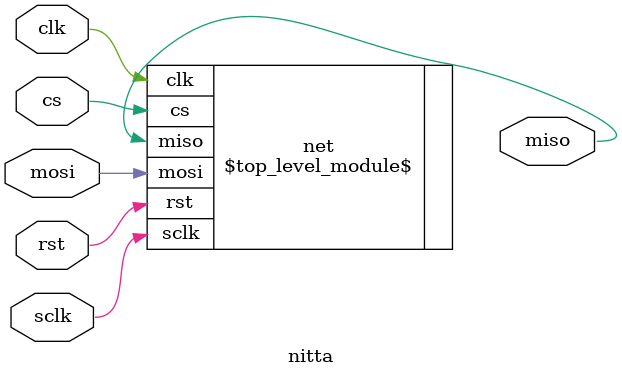
<source format=v>
module nitta
  ( input clk
  , input rst
  , input mosi
  , output miso
  , input sclk
  , input cs
  ); 
 
$top_level_module$ net 
  ( .clk( clk ) 
  , .rst( rst ) 
  , .mosi( mosi ), .sclk( sclk ), .cs( cs ), .miso( miso )
  ); 
 
endmodule
</source>
